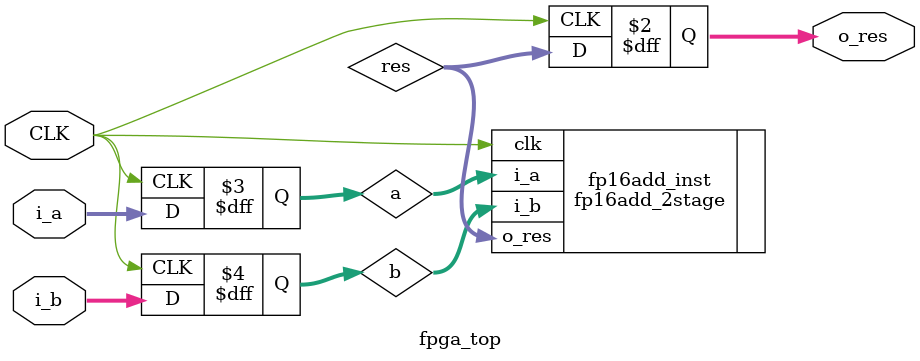
<source format=v>
module fpga_top(
   input  wire        CLK,
   input  wire [15:0] i_a,
   input  wire [15:0] i_b,
   output reg  [15:0] o_res
);

reg  [15:0] a;
reg  [15:0] b;
wire [15:0] res;

always @( posedge CLK ) begin
   a     <= i_a;
   b     <= i_b;
   o_res <= res;
end

fp16add_2stage fp16add_inst(
   .clk  (CLK),
   .i_a  (a  ),
   .i_b  (b  ),
   .o_res(res)
);

endmodule
</source>
